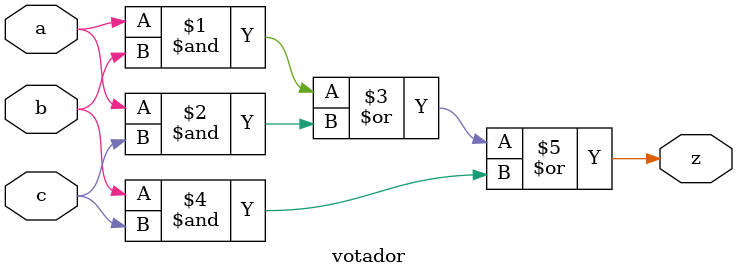
<source format=v>
module votador (input a,b,c,output z);
 assign z= (a & b) | (a & c) | (b & c);
endmodule
</source>
